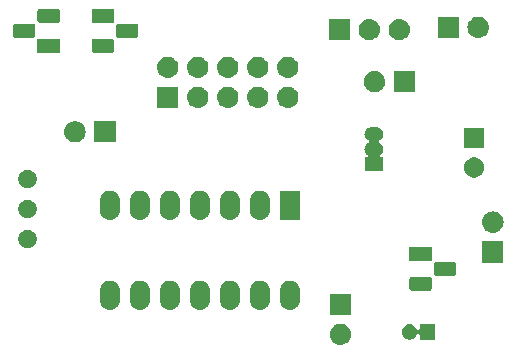
<source format=gbr>
G04 #@! TF.GenerationSoftware,KiCad,Pcbnew,5.0.1*
G04 #@! TF.CreationDate,2019-02-11T13:29:20+08:00*
G04 #@! TF.ProjectId,lab,6C61622E6B696361645F706362000000,rev?*
G04 #@! TF.SameCoordinates,Original*
G04 #@! TF.FileFunction,Soldermask,Bot*
G04 #@! TF.FilePolarity,Negative*
%FSLAX46Y46*%
G04 Gerber Fmt 4.6, Leading zero omitted, Abs format (unit mm)*
G04 Created by KiCad (PCBNEW 5.0.1) date Mon 11 Feb 2019 01:29:20 PM +08*
%MOMM*%
%LPD*%
G01*
G04 APERTURE LIST*
%ADD10C,0.100000*%
G04 APERTURE END LIST*
D10*
G36*
X49377742Y-46056418D02*
X49443927Y-46062937D01*
X49527208Y-46088200D01*
X49613767Y-46114457D01*
X49752387Y-46188552D01*
X49770291Y-46198122D01*
X49806029Y-46227452D01*
X49907486Y-46310714D01*
X49990748Y-46412171D01*
X50020078Y-46447909D01*
X50020079Y-46447911D01*
X50103743Y-46604433D01*
X50103743Y-46604434D01*
X50155263Y-46774273D01*
X50172659Y-46950900D01*
X50155263Y-47127527D01*
X50147175Y-47154188D01*
X50103743Y-47297367D01*
X50093725Y-47316109D01*
X50020078Y-47453891D01*
X49990748Y-47489629D01*
X49907486Y-47591086D01*
X49806029Y-47674348D01*
X49770291Y-47703678D01*
X49770289Y-47703679D01*
X49613767Y-47787343D01*
X49557153Y-47804516D01*
X49443927Y-47838863D01*
X49377742Y-47845382D01*
X49311560Y-47851900D01*
X49223040Y-47851900D01*
X49156858Y-47845382D01*
X49090673Y-47838863D01*
X48977447Y-47804516D01*
X48920833Y-47787343D01*
X48764311Y-47703679D01*
X48764309Y-47703678D01*
X48728571Y-47674348D01*
X48627114Y-47591086D01*
X48543852Y-47489629D01*
X48514522Y-47453891D01*
X48440875Y-47316109D01*
X48430857Y-47297367D01*
X48387425Y-47154188D01*
X48379337Y-47127527D01*
X48361941Y-46950900D01*
X48379337Y-46774273D01*
X48430857Y-46604434D01*
X48430857Y-46604433D01*
X48514521Y-46447911D01*
X48514522Y-46447909D01*
X48543852Y-46412171D01*
X48627114Y-46310714D01*
X48728571Y-46227452D01*
X48764309Y-46198122D01*
X48782213Y-46188552D01*
X48920833Y-46114457D01*
X49007392Y-46088200D01*
X49090673Y-46062937D01*
X49156858Y-46056418D01*
X49223040Y-46049900D01*
X49311560Y-46049900D01*
X49377742Y-46056418D01*
X49377742Y-46056418D01*
G37*
G36*
X55308790Y-46113217D02*
X55427261Y-46162289D01*
X55533892Y-46233538D01*
X55624562Y-46324208D01*
X55695811Y-46430839D01*
X55727415Y-46507139D01*
X55738966Y-46528750D01*
X55754511Y-46547692D01*
X55773453Y-46563237D01*
X55795064Y-46574789D01*
X55818513Y-46581902D01*
X55842899Y-46584304D01*
X55867286Y-46581902D01*
X55890735Y-46574789D01*
X55912346Y-46563238D01*
X55931288Y-46547693D01*
X55946833Y-46528751D01*
X55958385Y-46507140D01*
X55965498Y-46483691D01*
X55967900Y-46459304D01*
X55967900Y-46088200D01*
X57269900Y-46088200D01*
X57269900Y-47390200D01*
X55967900Y-47390200D01*
X55967900Y-47019096D01*
X55965498Y-46994710D01*
X55958385Y-46971261D01*
X55946834Y-46949650D01*
X55931288Y-46930708D01*
X55912346Y-46915162D01*
X55890735Y-46903611D01*
X55867286Y-46896498D01*
X55842900Y-46894096D01*
X55818514Y-46896498D01*
X55795065Y-46903611D01*
X55773454Y-46915162D01*
X55754512Y-46930708D01*
X55738966Y-46949650D01*
X55727415Y-46971261D01*
X55695811Y-47047561D01*
X55695809Y-47047564D01*
X55642381Y-47127525D01*
X55624562Y-47154192D01*
X55533892Y-47244862D01*
X55427261Y-47316111D01*
X55308790Y-47365183D01*
X55183019Y-47390200D01*
X55054781Y-47390200D01*
X54929010Y-47365183D01*
X54810539Y-47316111D01*
X54703908Y-47244862D01*
X54613238Y-47154192D01*
X54595420Y-47127525D01*
X54541991Y-47047564D01*
X54541989Y-47047561D01*
X54492917Y-46929090D01*
X54467900Y-46803319D01*
X54467900Y-46675081D01*
X54492917Y-46549310D01*
X54541989Y-46430839D01*
X54613238Y-46324208D01*
X54703908Y-46233538D01*
X54810539Y-46162289D01*
X54929010Y-46113217D01*
X55054781Y-46088200D01*
X55183019Y-46088200D01*
X55308790Y-46113217D01*
X55308790Y-46113217D01*
G37*
G36*
X50168300Y-45311900D02*
X48366300Y-45311900D01*
X48366300Y-43509900D01*
X50168300Y-43509900D01*
X50168300Y-45311900D01*
X50168300Y-45311900D01*
G37*
G36*
X32456821Y-42411313D02*
X32456824Y-42411314D01*
X32456825Y-42411314D01*
X32617239Y-42459975D01*
X32617241Y-42459976D01*
X32617244Y-42459977D01*
X32765078Y-42538995D01*
X32894659Y-42645341D01*
X33001005Y-42774922D01*
X33080023Y-42922756D01*
X33080024Y-42922759D01*
X33080025Y-42922761D01*
X33128686Y-43083175D01*
X33128686Y-43083178D01*
X33128687Y-43083180D01*
X33141000Y-43208197D01*
X33141000Y-44091804D01*
X33128687Y-44216821D01*
X33080023Y-44377244D01*
X33001005Y-44525078D01*
X32894659Y-44654659D01*
X32765078Y-44761005D01*
X32617243Y-44840023D01*
X32617240Y-44840024D01*
X32617238Y-44840025D01*
X32456824Y-44888686D01*
X32456823Y-44888686D01*
X32456820Y-44888687D01*
X32290000Y-44905117D01*
X32123179Y-44888687D01*
X32123176Y-44888686D01*
X32123175Y-44888686D01*
X31962761Y-44840025D01*
X31962759Y-44840024D01*
X31962756Y-44840023D01*
X31814922Y-44761005D01*
X31685341Y-44654659D01*
X31578995Y-44525078D01*
X31499977Y-44377243D01*
X31451315Y-44216825D01*
X31451314Y-44216824D01*
X31451314Y-44216823D01*
X31451313Y-44216820D01*
X31439000Y-44091803D01*
X31439000Y-43208197D01*
X31451314Y-43083179D01*
X31499978Y-42922756D01*
X31578996Y-42774922D01*
X31685342Y-42645341D01*
X31814923Y-42538995D01*
X31962757Y-42459977D01*
X31962760Y-42459976D01*
X31962762Y-42459975D01*
X32123176Y-42411314D01*
X32123177Y-42411314D01*
X32123180Y-42411313D01*
X32290000Y-42394883D01*
X32456821Y-42411313D01*
X32456821Y-42411313D01*
G37*
G36*
X29916821Y-42411313D02*
X29916824Y-42411314D01*
X29916825Y-42411314D01*
X30077239Y-42459975D01*
X30077241Y-42459976D01*
X30077244Y-42459977D01*
X30225078Y-42538995D01*
X30354659Y-42645341D01*
X30461005Y-42774922D01*
X30540023Y-42922756D01*
X30540024Y-42922759D01*
X30540025Y-42922761D01*
X30588686Y-43083175D01*
X30588686Y-43083178D01*
X30588687Y-43083180D01*
X30601000Y-43208197D01*
X30601000Y-44091804D01*
X30588687Y-44216821D01*
X30540023Y-44377244D01*
X30461005Y-44525078D01*
X30354659Y-44654659D01*
X30225078Y-44761005D01*
X30077243Y-44840023D01*
X30077240Y-44840024D01*
X30077238Y-44840025D01*
X29916824Y-44888686D01*
X29916823Y-44888686D01*
X29916820Y-44888687D01*
X29750000Y-44905117D01*
X29583179Y-44888687D01*
X29583176Y-44888686D01*
X29583175Y-44888686D01*
X29422761Y-44840025D01*
X29422759Y-44840024D01*
X29422756Y-44840023D01*
X29274922Y-44761005D01*
X29145341Y-44654659D01*
X29038995Y-44525078D01*
X28959977Y-44377243D01*
X28911315Y-44216825D01*
X28911314Y-44216824D01*
X28911314Y-44216823D01*
X28911313Y-44216820D01*
X28899000Y-44091803D01*
X28899000Y-43208197D01*
X28911314Y-43083179D01*
X28959978Y-42922756D01*
X29038996Y-42774922D01*
X29145342Y-42645341D01*
X29274923Y-42538995D01*
X29422757Y-42459977D01*
X29422760Y-42459976D01*
X29422762Y-42459975D01*
X29583176Y-42411314D01*
X29583177Y-42411314D01*
X29583180Y-42411313D01*
X29750000Y-42394883D01*
X29916821Y-42411313D01*
X29916821Y-42411313D01*
G37*
G36*
X34996821Y-42411313D02*
X34996824Y-42411314D01*
X34996825Y-42411314D01*
X35157239Y-42459975D01*
X35157241Y-42459976D01*
X35157244Y-42459977D01*
X35305078Y-42538995D01*
X35434659Y-42645341D01*
X35541005Y-42774922D01*
X35620023Y-42922756D01*
X35620024Y-42922759D01*
X35620025Y-42922761D01*
X35668686Y-43083175D01*
X35668686Y-43083178D01*
X35668687Y-43083180D01*
X35681000Y-43208197D01*
X35681000Y-44091804D01*
X35668687Y-44216821D01*
X35620023Y-44377244D01*
X35541005Y-44525078D01*
X35434659Y-44654659D01*
X35305078Y-44761005D01*
X35157243Y-44840023D01*
X35157240Y-44840024D01*
X35157238Y-44840025D01*
X34996824Y-44888686D01*
X34996823Y-44888686D01*
X34996820Y-44888687D01*
X34830000Y-44905117D01*
X34663179Y-44888687D01*
X34663176Y-44888686D01*
X34663175Y-44888686D01*
X34502761Y-44840025D01*
X34502759Y-44840024D01*
X34502756Y-44840023D01*
X34354922Y-44761005D01*
X34225341Y-44654659D01*
X34118995Y-44525078D01*
X34039977Y-44377243D01*
X33991315Y-44216825D01*
X33991314Y-44216824D01*
X33991314Y-44216823D01*
X33991313Y-44216820D01*
X33979000Y-44091803D01*
X33979000Y-43208197D01*
X33991314Y-43083179D01*
X34039978Y-42922756D01*
X34118996Y-42774922D01*
X34225342Y-42645341D01*
X34354923Y-42538995D01*
X34502757Y-42459977D01*
X34502760Y-42459976D01*
X34502762Y-42459975D01*
X34663176Y-42411314D01*
X34663177Y-42411314D01*
X34663180Y-42411313D01*
X34830000Y-42394883D01*
X34996821Y-42411313D01*
X34996821Y-42411313D01*
G37*
G36*
X37536821Y-42411313D02*
X37536824Y-42411314D01*
X37536825Y-42411314D01*
X37697239Y-42459975D01*
X37697241Y-42459976D01*
X37697244Y-42459977D01*
X37845078Y-42538995D01*
X37974659Y-42645341D01*
X38081005Y-42774922D01*
X38160023Y-42922756D01*
X38160024Y-42922759D01*
X38160025Y-42922761D01*
X38208686Y-43083175D01*
X38208686Y-43083178D01*
X38208687Y-43083180D01*
X38221000Y-43208197D01*
X38221000Y-44091804D01*
X38208687Y-44216821D01*
X38160023Y-44377244D01*
X38081005Y-44525078D01*
X37974659Y-44654659D01*
X37845078Y-44761005D01*
X37697243Y-44840023D01*
X37697240Y-44840024D01*
X37697238Y-44840025D01*
X37536824Y-44888686D01*
X37536823Y-44888686D01*
X37536820Y-44888687D01*
X37370000Y-44905117D01*
X37203179Y-44888687D01*
X37203176Y-44888686D01*
X37203175Y-44888686D01*
X37042761Y-44840025D01*
X37042759Y-44840024D01*
X37042756Y-44840023D01*
X36894922Y-44761005D01*
X36765341Y-44654659D01*
X36658995Y-44525078D01*
X36579977Y-44377243D01*
X36531315Y-44216825D01*
X36531314Y-44216824D01*
X36531314Y-44216823D01*
X36531313Y-44216820D01*
X36519000Y-44091803D01*
X36519000Y-43208197D01*
X36531314Y-43083179D01*
X36579978Y-42922756D01*
X36658996Y-42774922D01*
X36765342Y-42645341D01*
X36894923Y-42538995D01*
X37042757Y-42459977D01*
X37042760Y-42459976D01*
X37042762Y-42459975D01*
X37203176Y-42411314D01*
X37203177Y-42411314D01*
X37203180Y-42411313D01*
X37370000Y-42394883D01*
X37536821Y-42411313D01*
X37536821Y-42411313D01*
G37*
G36*
X40076821Y-42411313D02*
X40076824Y-42411314D01*
X40076825Y-42411314D01*
X40237239Y-42459975D01*
X40237241Y-42459976D01*
X40237244Y-42459977D01*
X40385078Y-42538995D01*
X40514659Y-42645341D01*
X40621005Y-42774922D01*
X40700023Y-42922756D01*
X40700024Y-42922759D01*
X40700025Y-42922761D01*
X40748686Y-43083175D01*
X40748686Y-43083178D01*
X40748687Y-43083180D01*
X40761000Y-43208197D01*
X40761000Y-44091804D01*
X40748687Y-44216821D01*
X40700023Y-44377244D01*
X40621005Y-44525078D01*
X40514659Y-44654659D01*
X40385078Y-44761005D01*
X40237243Y-44840023D01*
X40237240Y-44840024D01*
X40237238Y-44840025D01*
X40076824Y-44888686D01*
X40076823Y-44888686D01*
X40076820Y-44888687D01*
X39910000Y-44905117D01*
X39743179Y-44888687D01*
X39743176Y-44888686D01*
X39743175Y-44888686D01*
X39582761Y-44840025D01*
X39582759Y-44840024D01*
X39582756Y-44840023D01*
X39434922Y-44761005D01*
X39305341Y-44654659D01*
X39198995Y-44525078D01*
X39119977Y-44377243D01*
X39071315Y-44216825D01*
X39071314Y-44216824D01*
X39071314Y-44216823D01*
X39071313Y-44216820D01*
X39059000Y-44091803D01*
X39059000Y-43208197D01*
X39071314Y-43083179D01*
X39119978Y-42922756D01*
X39198996Y-42774922D01*
X39305342Y-42645341D01*
X39434923Y-42538995D01*
X39582757Y-42459977D01*
X39582760Y-42459976D01*
X39582762Y-42459975D01*
X39743176Y-42411314D01*
X39743177Y-42411314D01*
X39743180Y-42411313D01*
X39910000Y-42394883D01*
X40076821Y-42411313D01*
X40076821Y-42411313D01*
G37*
G36*
X42616821Y-42411313D02*
X42616824Y-42411314D01*
X42616825Y-42411314D01*
X42777239Y-42459975D01*
X42777241Y-42459976D01*
X42777244Y-42459977D01*
X42925078Y-42538995D01*
X43054659Y-42645341D01*
X43161005Y-42774922D01*
X43240023Y-42922756D01*
X43240024Y-42922759D01*
X43240025Y-42922761D01*
X43288686Y-43083175D01*
X43288686Y-43083178D01*
X43288687Y-43083180D01*
X43301000Y-43208197D01*
X43301000Y-44091804D01*
X43288687Y-44216821D01*
X43240023Y-44377244D01*
X43161005Y-44525078D01*
X43054659Y-44654659D01*
X42925078Y-44761005D01*
X42777243Y-44840023D01*
X42777240Y-44840024D01*
X42777238Y-44840025D01*
X42616824Y-44888686D01*
X42616823Y-44888686D01*
X42616820Y-44888687D01*
X42450000Y-44905117D01*
X42283179Y-44888687D01*
X42283176Y-44888686D01*
X42283175Y-44888686D01*
X42122761Y-44840025D01*
X42122759Y-44840024D01*
X42122756Y-44840023D01*
X41974922Y-44761005D01*
X41845341Y-44654659D01*
X41738995Y-44525078D01*
X41659977Y-44377243D01*
X41611315Y-44216825D01*
X41611314Y-44216824D01*
X41611314Y-44216823D01*
X41611313Y-44216820D01*
X41599000Y-44091803D01*
X41599000Y-43208197D01*
X41611314Y-43083179D01*
X41659978Y-42922756D01*
X41738996Y-42774922D01*
X41845342Y-42645341D01*
X41974923Y-42538995D01*
X42122757Y-42459977D01*
X42122760Y-42459976D01*
X42122762Y-42459975D01*
X42283176Y-42411314D01*
X42283177Y-42411314D01*
X42283180Y-42411313D01*
X42450000Y-42394883D01*
X42616821Y-42411313D01*
X42616821Y-42411313D01*
G37*
G36*
X45156821Y-42411313D02*
X45156824Y-42411314D01*
X45156825Y-42411314D01*
X45317239Y-42459975D01*
X45317241Y-42459976D01*
X45317244Y-42459977D01*
X45465078Y-42538995D01*
X45594659Y-42645341D01*
X45701005Y-42774922D01*
X45780023Y-42922756D01*
X45780024Y-42922759D01*
X45780025Y-42922761D01*
X45828686Y-43083175D01*
X45828686Y-43083178D01*
X45828687Y-43083180D01*
X45841000Y-43208197D01*
X45841000Y-44091804D01*
X45828687Y-44216821D01*
X45780023Y-44377244D01*
X45701005Y-44525078D01*
X45594659Y-44654659D01*
X45465078Y-44761005D01*
X45317243Y-44840023D01*
X45317240Y-44840024D01*
X45317238Y-44840025D01*
X45156824Y-44888686D01*
X45156823Y-44888686D01*
X45156820Y-44888687D01*
X44990000Y-44905117D01*
X44823179Y-44888687D01*
X44823176Y-44888686D01*
X44823175Y-44888686D01*
X44662761Y-44840025D01*
X44662759Y-44840024D01*
X44662756Y-44840023D01*
X44514922Y-44761005D01*
X44385341Y-44654659D01*
X44278995Y-44525078D01*
X44199977Y-44377243D01*
X44151315Y-44216825D01*
X44151314Y-44216824D01*
X44151314Y-44216823D01*
X44151313Y-44216820D01*
X44139000Y-44091803D01*
X44139000Y-43208197D01*
X44151314Y-43083179D01*
X44199978Y-42922756D01*
X44278996Y-42774922D01*
X44385342Y-42645341D01*
X44514923Y-42538995D01*
X44662757Y-42459977D01*
X44662760Y-42459976D01*
X44662762Y-42459975D01*
X44823176Y-42411314D01*
X44823177Y-42411314D01*
X44823180Y-42411313D01*
X44990000Y-42394883D01*
X45156821Y-42411313D01*
X45156821Y-42411313D01*
G37*
G36*
X56811915Y-42063066D02*
X56856445Y-42076575D01*
X56897491Y-42098514D01*
X56933464Y-42128036D01*
X56962986Y-42164009D01*
X56984925Y-42205055D01*
X56998434Y-42249585D01*
X57003600Y-42302040D01*
X57003600Y-43015760D01*
X56998434Y-43068215D01*
X56984925Y-43112745D01*
X56962986Y-43153791D01*
X56933464Y-43189764D01*
X56897491Y-43219286D01*
X56856445Y-43241225D01*
X56811915Y-43254734D01*
X56759460Y-43259900D01*
X55345740Y-43259900D01*
X55293285Y-43254734D01*
X55248755Y-43241225D01*
X55207709Y-43219286D01*
X55171736Y-43189764D01*
X55142214Y-43153791D01*
X55120275Y-43112745D01*
X55106766Y-43068215D01*
X55101600Y-43015760D01*
X55101600Y-42302040D01*
X55106766Y-42249585D01*
X55120275Y-42205055D01*
X55142214Y-42164009D01*
X55171736Y-42128036D01*
X55207709Y-42098514D01*
X55248755Y-42076575D01*
X55293285Y-42063066D01*
X55345740Y-42057900D01*
X56759460Y-42057900D01*
X56811915Y-42063066D01*
X56811915Y-42063066D01*
G37*
G36*
X58881915Y-40793066D02*
X58926445Y-40806575D01*
X58967491Y-40828514D01*
X59003464Y-40858036D01*
X59032986Y-40894009D01*
X59054925Y-40935055D01*
X59068434Y-40979585D01*
X59073600Y-41032040D01*
X59073600Y-41745760D01*
X59068434Y-41798215D01*
X59054925Y-41842745D01*
X59032986Y-41883791D01*
X59003464Y-41919764D01*
X58967491Y-41949286D01*
X58926445Y-41971225D01*
X58881915Y-41984734D01*
X58829460Y-41989900D01*
X57415740Y-41989900D01*
X57363285Y-41984734D01*
X57318755Y-41971225D01*
X57277709Y-41949286D01*
X57241736Y-41919764D01*
X57212214Y-41883791D01*
X57190275Y-41842745D01*
X57176766Y-41798215D01*
X57171600Y-41745760D01*
X57171600Y-41032040D01*
X57176766Y-40979585D01*
X57190274Y-40935058D01*
X57206968Y-40903826D01*
X57212214Y-40891161D01*
X57216988Y-40887243D01*
X57225228Y-40878153D01*
X57241739Y-40858033D01*
X57277709Y-40828514D01*
X57318755Y-40806575D01*
X57363285Y-40793066D01*
X57415740Y-40787900D01*
X58829460Y-40787900D01*
X58881915Y-40793066D01*
X58881915Y-40793066D01*
G37*
G36*
X63075600Y-40887000D02*
X61273600Y-40887000D01*
X61273600Y-39085000D01*
X63075600Y-39085000D01*
X63075600Y-40887000D01*
X63075600Y-40887000D01*
G37*
G36*
X57003600Y-40719900D02*
X55101600Y-40719900D01*
X55101600Y-39517900D01*
X57003600Y-39517900D01*
X57003600Y-40719900D01*
X57003600Y-40719900D01*
G37*
G36*
X22895589Y-38098876D02*
X22994893Y-38118629D01*
X23135206Y-38176748D01*
X23261484Y-38261125D01*
X23368875Y-38368516D01*
X23453252Y-38494794D01*
X23511371Y-38635107D01*
X23541000Y-38784063D01*
X23541000Y-38935937D01*
X23511371Y-39084893D01*
X23453252Y-39225206D01*
X23368875Y-39351484D01*
X23261484Y-39458875D01*
X23135206Y-39543252D01*
X22994893Y-39601371D01*
X22895589Y-39621124D01*
X22845938Y-39631000D01*
X22694062Y-39631000D01*
X22644411Y-39621124D01*
X22545107Y-39601371D01*
X22404794Y-39543252D01*
X22278516Y-39458875D01*
X22171125Y-39351484D01*
X22086748Y-39225206D01*
X22028629Y-39084893D01*
X21999000Y-38935937D01*
X21999000Y-38784063D01*
X22028629Y-38635107D01*
X22086748Y-38494794D01*
X22171125Y-38368516D01*
X22278516Y-38261125D01*
X22404794Y-38176748D01*
X22545107Y-38118629D01*
X22644411Y-38098876D01*
X22694062Y-38089000D01*
X22845938Y-38089000D01*
X22895589Y-38098876D01*
X22895589Y-38098876D01*
G37*
G36*
X62285042Y-36551518D02*
X62351227Y-36558037D01*
X62464453Y-36592384D01*
X62521067Y-36609557D01*
X62659687Y-36683652D01*
X62677591Y-36693222D01*
X62713329Y-36722552D01*
X62814786Y-36805814D01*
X62896248Y-36905077D01*
X62927378Y-36943009D01*
X62927379Y-36943011D01*
X63011043Y-37099533D01*
X63011043Y-37099534D01*
X63062563Y-37269373D01*
X63079959Y-37446000D01*
X63062563Y-37622627D01*
X63028216Y-37735853D01*
X63011043Y-37792467D01*
X62936948Y-37931087D01*
X62927378Y-37948991D01*
X62898048Y-37984729D01*
X62814786Y-38086186D01*
X62713329Y-38169448D01*
X62677591Y-38198778D01*
X62677589Y-38198779D01*
X62521067Y-38282443D01*
X62464453Y-38299616D01*
X62351227Y-38333963D01*
X62285042Y-38340482D01*
X62218860Y-38347000D01*
X62130340Y-38347000D01*
X62064158Y-38340482D01*
X61997973Y-38333963D01*
X61884747Y-38299616D01*
X61828133Y-38282443D01*
X61671611Y-38198779D01*
X61671609Y-38198778D01*
X61635871Y-38169448D01*
X61534414Y-38086186D01*
X61451152Y-37984729D01*
X61421822Y-37948991D01*
X61412252Y-37931087D01*
X61338157Y-37792467D01*
X61320984Y-37735853D01*
X61286637Y-37622627D01*
X61269241Y-37446000D01*
X61286637Y-37269373D01*
X61338157Y-37099534D01*
X61338157Y-37099533D01*
X61421821Y-36943011D01*
X61421822Y-36943009D01*
X61452952Y-36905077D01*
X61534414Y-36805814D01*
X61635871Y-36722552D01*
X61671609Y-36693222D01*
X61689513Y-36683652D01*
X61828133Y-36609557D01*
X61884747Y-36592384D01*
X61997973Y-36558037D01*
X62064158Y-36551518D01*
X62130340Y-36545000D01*
X62218860Y-36545000D01*
X62285042Y-36551518D01*
X62285042Y-36551518D01*
G37*
G36*
X40076821Y-34791313D02*
X40076824Y-34791314D01*
X40076825Y-34791314D01*
X40237239Y-34839975D01*
X40237241Y-34839976D01*
X40237244Y-34839977D01*
X40385078Y-34918995D01*
X40514659Y-35025341D01*
X40621005Y-35154922D01*
X40700023Y-35302756D01*
X40700024Y-35302759D01*
X40700025Y-35302761D01*
X40748686Y-35463175D01*
X40748686Y-35463178D01*
X40748687Y-35463180D01*
X40761000Y-35588197D01*
X40761000Y-36471804D01*
X40748687Y-36596821D01*
X40748686Y-36596824D01*
X40748686Y-36596825D01*
X40719445Y-36693221D01*
X40700023Y-36757244D01*
X40621005Y-36905078D01*
X40514659Y-37034659D01*
X40385078Y-37141005D01*
X40237243Y-37220023D01*
X40237240Y-37220024D01*
X40237238Y-37220025D01*
X40076824Y-37268686D01*
X40076823Y-37268686D01*
X40076820Y-37268687D01*
X39910000Y-37285117D01*
X39743179Y-37268687D01*
X39743176Y-37268686D01*
X39743175Y-37268686D01*
X39582761Y-37220025D01*
X39582759Y-37220024D01*
X39582756Y-37220023D01*
X39434922Y-37141005D01*
X39305341Y-37034659D01*
X39198995Y-36905078D01*
X39119977Y-36757243D01*
X39098125Y-36685206D01*
X39071314Y-36596824D01*
X39071314Y-36596823D01*
X39071313Y-36596820D01*
X39059000Y-36471803D01*
X39059000Y-35588197D01*
X39071314Y-35463179D01*
X39119978Y-35302756D01*
X39198996Y-35154922D01*
X39305342Y-35025341D01*
X39434923Y-34918995D01*
X39582757Y-34839977D01*
X39582760Y-34839976D01*
X39582762Y-34839975D01*
X39743176Y-34791314D01*
X39743177Y-34791314D01*
X39743180Y-34791313D01*
X39910000Y-34774883D01*
X40076821Y-34791313D01*
X40076821Y-34791313D01*
G37*
G36*
X37536821Y-34791313D02*
X37536824Y-34791314D01*
X37536825Y-34791314D01*
X37697239Y-34839975D01*
X37697241Y-34839976D01*
X37697244Y-34839977D01*
X37845078Y-34918995D01*
X37974659Y-35025341D01*
X38081005Y-35154922D01*
X38160023Y-35302756D01*
X38160024Y-35302759D01*
X38160025Y-35302761D01*
X38208686Y-35463175D01*
X38208686Y-35463178D01*
X38208687Y-35463180D01*
X38221000Y-35588197D01*
X38221000Y-36471804D01*
X38208687Y-36596821D01*
X38208686Y-36596824D01*
X38208686Y-36596825D01*
X38179445Y-36693221D01*
X38160023Y-36757244D01*
X38081005Y-36905078D01*
X37974659Y-37034659D01*
X37845078Y-37141005D01*
X37697243Y-37220023D01*
X37697240Y-37220024D01*
X37697238Y-37220025D01*
X37536824Y-37268686D01*
X37536823Y-37268686D01*
X37536820Y-37268687D01*
X37370000Y-37285117D01*
X37203179Y-37268687D01*
X37203176Y-37268686D01*
X37203175Y-37268686D01*
X37042761Y-37220025D01*
X37042759Y-37220024D01*
X37042756Y-37220023D01*
X36894922Y-37141005D01*
X36765341Y-37034659D01*
X36658995Y-36905078D01*
X36579977Y-36757243D01*
X36558125Y-36685206D01*
X36531314Y-36596824D01*
X36531314Y-36596823D01*
X36531313Y-36596820D01*
X36519000Y-36471803D01*
X36519000Y-35588197D01*
X36531314Y-35463179D01*
X36579978Y-35302756D01*
X36658996Y-35154922D01*
X36765342Y-35025341D01*
X36894923Y-34918995D01*
X37042757Y-34839977D01*
X37042760Y-34839976D01*
X37042762Y-34839975D01*
X37203176Y-34791314D01*
X37203177Y-34791314D01*
X37203180Y-34791313D01*
X37370000Y-34774883D01*
X37536821Y-34791313D01*
X37536821Y-34791313D01*
G37*
G36*
X42616821Y-34791313D02*
X42616824Y-34791314D01*
X42616825Y-34791314D01*
X42777239Y-34839975D01*
X42777241Y-34839976D01*
X42777244Y-34839977D01*
X42925078Y-34918995D01*
X43054659Y-35025341D01*
X43161005Y-35154922D01*
X43240023Y-35302756D01*
X43240024Y-35302759D01*
X43240025Y-35302761D01*
X43288686Y-35463175D01*
X43288686Y-35463178D01*
X43288687Y-35463180D01*
X43301000Y-35588197D01*
X43301000Y-36471804D01*
X43288687Y-36596821D01*
X43288686Y-36596824D01*
X43288686Y-36596825D01*
X43259445Y-36693221D01*
X43240023Y-36757244D01*
X43161005Y-36905078D01*
X43054659Y-37034659D01*
X42925078Y-37141005D01*
X42777243Y-37220023D01*
X42777240Y-37220024D01*
X42777238Y-37220025D01*
X42616824Y-37268686D01*
X42616823Y-37268686D01*
X42616820Y-37268687D01*
X42450000Y-37285117D01*
X42283179Y-37268687D01*
X42283176Y-37268686D01*
X42283175Y-37268686D01*
X42122761Y-37220025D01*
X42122759Y-37220024D01*
X42122756Y-37220023D01*
X41974922Y-37141005D01*
X41845341Y-37034659D01*
X41738995Y-36905078D01*
X41659977Y-36757243D01*
X41638125Y-36685206D01*
X41611314Y-36596824D01*
X41611314Y-36596823D01*
X41611313Y-36596820D01*
X41599000Y-36471803D01*
X41599000Y-35588197D01*
X41611314Y-35463179D01*
X41659978Y-35302756D01*
X41738996Y-35154922D01*
X41845342Y-35025341D01*
X41974923Y-34918995D01*
X42122757Y-34839977D01*
X42122760Y-34839976D01*
X42122762Y-34839975D01*
X42283176Y-34791314D01*
X42283177Y-34791314D01*
X42283180Y-34791313D01*
X42450000Y-34774883D01*
X42616821Y-34791313D01*
X42616821Y-34791313D01*
G37*
G36*
X34996821Y-34791313D02*
X34996824Y-34791314D01*
X34996825Y-34791314D01*
X35157239Y-34839975D01*
X35157241Y-34839976D01*
X35157244Y-34839977D01*
X35305078Y-34918995D01*
X35434659Y-35025341D01*
X35541005Y-35154922D01*
X35620023Y-35302756D01*
X35620024Y-35302759D01*
X35620025Y-35302761D01*
X35668686Y-35463175D01*
X35668686Y-35463178D01*
X35668687Y-35463180D01*
X35681000Y-35588197D01*
X35681000Y-36471804D01*
X35668687Y-36596821D01*
X35668686Y-36596824D01*
X35668686Y-36596825D01*
X35639445Y-36693221D01*
X35620023Y-36757244D01*
X35541005Y-36905078D01*
X35434659Y-37034659D01*
X35305078Y-37141005D01*
X35157243Y-37220023D01*
X35157240Y-37220024D01*
X35157238Y-37220025D01*
X34996824Y-37268686D01*
X34996823Y-37268686D01*
X34996820Y-37268687D01*
X34830000Y-37285117D01*
X34663179Y-37268687D01*
X34663176Y-37268686D01*
X34663175Y-37268686D01*
X34502761Y-37220025D01*
X34502759Y-37220024D01*
X34502756Y-37220023D01*
X34354922Y-37141005D01*
X34225341Y-37034659D01*
X34118995Y-36905078D01*
X34039977Y-36757243D01*
X34018125Y-36685206D01*
X33991314Y-36596824D01*
X33991314Y-36596823D01*
X33991313Y-36596820D01*
X33979000Y-36471803D01*
X33979000Y-35588197D01*
X33991314Y-35463179D01*
X34039978Y-35302756D01*
X34118996Y-35154922D01*
X34225342Y-35025341D01*
X34354923Y-34918995D01*
X34502757Y-34839977D01*
X34502760Y-34839976D01*
X34502762Y-34839975D01*
X34663176Y-34791314D01*
X34663177Y-34791314D01*
X34663180Y-34791313D01*
X34830000Y-34774883D01*
X34996821Y-34791313D01*
X34996821Y-34791313D01*
G37*
G36*
X32456821Y-34791313D02*
X32456824Y-34791314D01*
X32456825Y-34791314D01*
X32617239Y-34839975D01*
X32617241Y-34839976D01*
X32617244Y-34839977D01*
X32765078Y-34918995D01*
X32894659Y-35025341D01*
X33001005Y-35154922D01*
X33080023Y-35302756D01*
X33080024Y-35302759D01*
X33080025Y-35302761D01*
X33128686Y-35463175D01*
X33128686Y-35463178D01*
X33128687Y-35463180D01*
X33141000Y-35588197D01*
X33141000Y-36471804D01*
X33128687Y-36596821D01*
X33128686Y-36596824D01*
X33128686Y-36596825D01*
X33099445Y-36693221D01*
X33080023Y-36757244D01*
X33001005Y-36905078D01*
X32894659Y-37034659D01*
X32765078Y-37141005D01*
X32617243Y-37220023D01*
X32617240Y-37220024D01*
X32617238Y-37220025D01*
X32456824Y-37268686D01*
X32456823Y-37268686D01*
X32456820Y-37268687D01*
X32290000Y-37285117D01*
X32123179Y-37268687D01*
X32123176Y-37268686D01*
X32123175Y-37268686D01*
X31962761Y-37220025D01*
X31962759Y-37220024D01*
X31962756Y-37220023D01*
X31814922Y-37141005D01*
X31685341Y-37034659D01*
X31578995Y-36905078D01*
X31499977Y-36757243D01*
X31478125Y-36685206D01*
X31451314Y-36596824D01*
X31451314Y-36596823D01*
X31451313Y-36596820D01*
X31439000Y-36471803D01*
X31439000Y-35588197D01*
X31451314Y-35463179D01*
X31499978Y-35302756D01*
X31578996Y-35154922D01*
X31685342Y-35025341D01*
X31814923Y-34918995D01*
X31962757Y-34839977D01*
X31962760Y-34839976D01*
X31962762Y-34839975D01*
X32123176Y-34791314D01*
X32123177Y-34791314D01*
X32123180Y-34791313D01*
X32290000Y-34774883D01*
X32456821Y-34791313D01*
X32456821Y-34791313D01*
G37*
G36*
X29916821Y-34791313D02*
X29916824Y-34791314D01*
X29916825Y-34791314D01*
X30077239Y-34839975D01*
X30077241Y-34839976D01*
X30077244Y-34839977D01*
X30225078Y-34918995D01*
X30354659Y-35025341D01*
X30461005Y-35154922D01*
X30540023Y-35302756D01*
X30540024Y-35302759D01*
X30540025Y-35302761D01*
X30588686Y-35463175D01*
X30588686Y-35463178D01*
X30588687Y-35463180D01*
X30601000Y-35588197D01*
X30601000Y-36471804D01*
X30588687Y-36596821D01*
X30588686Y-36596824D01*
X30588686Y-36596825D01*
X30559445Y-36693221D01*
X30540023Y-36757244D01*
X30461005Y-36905078D01*
X30354659Y-37034659D01*
X30225078Y-37141005D01*
X30077243Y-37220023D01*
X30077240Y-37220024D01*
X30077238Y-37220025D01*
X29916824Y-37268686D01*
X29916823Y-37268686D01*
X29916820Y-37268687D01*
X29750000Y-37285117D01*
X29583179Y-37268687D01*
X29583176Y-37268686D01*
X29583175Y-37268686D01*
X29422761Y-37220025D01*
X29422759Y-37220024D01*
X29422756Y-37220023D01*
X29274922Y-37141005D01*
X29145341Y-37034659D01*
X29038995Y-36905078D01*
X28959977Y-36757243D01*
X28938125Y-36685206D01*
X28911314Y-36596824D01*
X28911314Y-36596823D01*
X28911313Y-36596820D01*
X28899000Y-36471803D01*
X28899000Y-35588197D01*
X28911314Y-35463179D01*
X28959978Y-35302756D01*
X29038996Y-35154922D01*
X29145342Y-35025341D01*
X29274923Y-34918995D01*
X29422757Y-34839977D01*
X29422760Y-34839976D01*
X29422762Y-34839975D01*
X29583176Y-34791314D01*
X29583177Y-34791314D01*
X29583180Y-34791313D01*
X29750000Y-34774883D01*
X29916821Y-34791313D01*
X29916821Y-34791313D01*
G37*
G36*
X45841000Y-37281000D02*
X44139000Y-37281000D01*
X44139000Y-34779000D01*
X45841000Y-34779000D01*
X45841000Y-37281000D01*
X45841000Y-37281000D01*
G37*
G36*
X22895589Y-35558876D02*
X22994893Y-35578629D01*
X23135206Y-35636748D01*
X23261484Y-35721125D01*
X23368875Y-35828516D01*
X23453252Y-35954794D01*
X23511371Y-36095107D01*
X23541000Y-36244063D01*
X23541000Y-36395937D01*
X23511371Y-36544893D01*
X23453252Y-36685206D01*
X23368875Y-36811484D01*
X23261484Y-36918875D01*
X23135206Y-37003252D01*
X22994893Y-37061371D01*
X22895589Y-37081124D01*
X22845938Y-37091000D01*
X22694062Y-37091000D01*
X22644411Y-37081124D01*
X22545107Y-37061371D01*
X22404794Y-37003252D01*
X22278516Y-36918875D01*
X22171125Y-36811484D01*
X22086748Y-36685206D01*
X22028629Y-36544893D01*
X21999000Y-36395937D01*
X21999000Y-36244063D01*
X22028629Y-36095107D01*
X22086748Y-35954794D01*
X22171125Y-35828516D01*
X22278516Y-35721125D01*
X22404794Y-35636748D01*
X22545107Y-35578629D01*
X22644411Y-35558876D01*
X22694062Y-35549000D01*
X22845938Y-35549000D01*
X22895589Y-35558876D01*
X22895589Y-35558876D01*
G37*
G36*
X22895589Y-33018876D02*
X22994893Y-33038629D01*
X23135206Y-33096748D01*
X23261484Y-33181125D01*
X23368875Y-33288516D01*
X23453252Y-33414794D01*
X23511371Y-33555107D01*
X23541000Y-33704063D01*
X23541000Y-33855937D01*
X23511371Y-34004893D01*
X23453252Y-34145206D01*
X23368875Y-34271484D01*
X23261484Y-34378875D01*
X23135206Y-34463252D01*
X22994893Y-34521371D01*
X22895589Y-34541124D01*
X22845938Y-34551000D01*
X22694062Y-34551000D01*
X22644411Y-34541124D01*
X22545107Y-34521371D01*
X22404794Y-34463252D01*
X22278516Y-34378875D01*
X22171125Y-34271484D01*
X22086748Y-34145206D01*
X22028629Y-34004893D01*
X21999000Y-33855937D01*
X21999000Y-33704063D01*
X22028629Y-33555107D01*
X22086748Y-33414794D01*
X22171125Y-33288516D01*
X22278516Y-33181125D01*
X22404794Y-33096748D01*
X22545107Y-33038629D01*
X22644411Y-33018876D01*
X22694062Y-33009000D01*
X22845938Y-33009000D01*
X22895589Y-33018876D01*
X22895589Y-33018876D01*
G37*
G36*
X60838228Y-32011703D02*
X60993100Y-32075853D01*
X61132481Y-32168985D01*
X61251015Y-32287519D01*
X61344147Y-32426900D01*
X61408297Y-32581772D01*
X61441000Y-32746184D01*
X61441000Y-32913816D01*
X61408297Y-33078228D01*
X61344147Y-33233100D01*
X61251015Y-33372481D01*
X61132481Y-33491015D01*
X60993100Y-33584147D01*
X60838228Y-33648297D01*
X60673816Y-33681000D01*
X60506184Y-33681000D01*
X60341772Y-33648297D01*
X60186900Y-33584147D01*
X60047519Y-33491015D01*
X59928985Y-33372481D01*
X59835853Y-33233100D01*
X59771703Y-33078228D01*
X59739000Y-32913816D01*
X59739000Y-32746184D01*
X59771703Y-32581772D01*
X59835853Y-32426900D01*
X59928985Y-32287519D01*
X60047519Y-32168985D01*
X60186900Y-32075853D01*
X60341772Y-32011703D01*
X60506184Y-31979000D01*
X60673816Y-31979000D01*
X60838228Y-32011703D01*
X60838228Y-32011703D01*
G37*
G36*
X52447916Y-29432334D02*
X52556492Y-29465271D01*
X52656557Y-29518756D01*
X52744264Y-29590736D01*
X52816244Y-29678443D01*
X52869729Y-29778508D01*
X52902666Y-29887084D01*
X52913787Y-30000000D01*
X52902666Y-30112916D01*
X52869729Y-30221492D01*
X52869726Y-30221497D01*
X52816244Y-30321557D01*
X52744264Y-30409264D01*
X52656557Y-30481244D01*
X52575143Y-30524760D01*
X52554768Y-30538373D01*
X52537441Y-30555701D01*
X52523827Y-30576075D01*
X52514450Y-30598714D01*
X52509669Y-30622747D01*
X52509669Y-30647252D01*
X52514449Y-30671285D01*
X52523827Y-30693924D01*
X52537440Y-30714299D01*
X52554768Y-30731626D01*
X52575143Y-30745240D01*
X52656557Y-30788756D01*
X52744264Y-30860736D01*
X52816244Y-30948443D01*
X52869729Y-31048508D01*
X52902666Y-31157084D01*
X52913787Y-31270000D01*
X52902666Y-31382916D01*
X52869729Y-31491492D01*
X52869726Y-31491497D01*
X52816244Y-31591557D01*
X52744264Y-31679264D01*
X52667365Y-31742374D01*
X52650038Y-31759701D01*
X52636424Y-31780076D01*
X52627046Y-31802715D01*
X52622266Y-31826748D01*
X52622266Y-31851252D01*
X52627047Y-31875286D01*
X52636424Y-31897925D01*
X52650038Y-31918299D01*
X52667365Y-31935626D01*
X52687740Y-31949240D01*
X52710379Y-31958618D01*
X52746664Y-31964000D01*
X52911000Y-31964000D01*
X52911000Y-33116000D01*
X51309000Y-33116000D01*
X51309000Y-31964000D01*
X51473336Y-31964000D01*
X51497722Y-31961598D01*
X51521171Y-31954485D01*
X51542782Y-31942934D01*
X51561724Y-31927388D01*
X51577270Y-31908446D01*
X51588821Y-31886835D01*
X51595934Y-31863386D01*
X51598336Y-31839000D01*
X51595934Y-31814614D01*
X51588821Y-31791165D01*
X51577270Y-31769554D01*
X51552635Y-31742374D01*
X51475736Y-31679264D01*
X51403756Y-31591557D01*
X51350274Y-31491497D01*
X51350271Y-31491492D01*
X51317334Y-31382916D01*
X51306213Y-31270000D01*
X51317334Y-31157084D01*
X51350271Y-31048508D01*
X51403756Y-30948443D01*
X51475736Y-30860736D01*
X51563443Y-30788756D01*
X51644857Y-30745240D01*
X51665232Y-30731627D01*
X51682559Y-30714299D01*
X51696173Y-30693925D01*
X51705550Y-30671286D01*
X51710331Y-30647253D01*
X51710331Y-30622748D01*
X51705551Y-30598715D01*
X51696173Y-30576076D01*
X51682560Y-30555701D01*
X51665232Y-30538374D01*
X51644857Y-30524760D01*
X51563443Y-30481244D01*
X51475736Y-30409264D01*
X51403756Y-30321557D01*
X51350274Y-30221497D01*
X51350271Y-30221492D01*
X51317334Y-30112916D01*
X51306213Y-30000000D01*
X51317334Y-29887084D01*
X51350271Y-29778508D01*
X51403756Y-29678443D01*
X51475736Y-29590736D01*
X51563443Y-29518756D01*
X51663508Y-29465271D01*
X51772084Y-29432334D01*
X51856702Y-29424000D01*
X52363298Y-29424000D01*
X52447916Y-29432334D01*
X52447916Y-29432334D01*
G37*
G36*
X61441000Y-31181000D02*
X59739000Y-31181000D01*
X59739000Y-29479000D01*
X61441000Y-29479000D01*
X61441000Y-31181000D01*
X61441000Y-31181000D01*
G37*
G36*
X30236300Y-30701800D02*
X28434300Y-30701800D01*
X28434300Y-28899800D01*
X30236300Y-28899800D01*
X30236300Y-30701800D01*
X30236300Y-30701800D01*
G37*
G36*
X26905742Y-28906318D02*
X26971927Y-28912837D01*
X27085153Y-28947184D01*
X27141767Y-28964357D01*
X27280387Y-29038452D01*
X27298291Y-29048022D01*
X27334029Y-29077352D01*
X27435486Y-29160614D01*
X27518748Y-29262071D01*
X27548078Y-29297809D01*
X27548079Y-29297811D01*
X27631743Y-29454333D01*
X27648916Y-29510947D01*
X27683263Y-29624173D01*
X27700659Y-29800800D01*
X27683263Y-29977427D01*
X27648916Y-30090653D01*
X27631743Y-30147267D01*
X27557648Y-30285887D01*
X27548078Y-30303791D01*
X27518748Y-30339529D01*
X27435486Y-30440986D01*
X27334029Y-30524248D01*
X27298291Y-30553578D01*
X27298289Y-30553579D01*
X27141767Y-30637243D01*
X27085153Y-30654416D01*
X26971927Y-30688763D01*
X26919515Y-30693925D01*
X26839560Y-30701800D01*
X26751040Y-30701800D01*
X26671085Y-30693925D01*
X26618673Y-30688763D01*
X26505447Y-30654416D01*
X26448833Y-30637243D01*
X26292311Y-30553579D01*
X26292309Y-30553578D01*
X26256571Y-30524248D01*
X26155114Y-30440986D01*
X26071852Y-30339529D01*
X26042522Y-30303791D01*
X26032952Y-30285887D01*
X25958857Y-30147267D01*
X25941684Y-30090653D01*
X25907337Y-29977427D01*
X25889941Y-29800800D01*
X25907337Y-29624173D01*
X25941684Y-29510947D01*
X25958857Y-29454333D01*
X26042521Y-29297811D01*
X26042522Y-29297809D01*
X26071852Y-29262071D01*
X26155114Y-29160614D01*
X26256571Y-29077352D01*
X26292309Y-29048022D01*
X26310213Y-29038452D01*
X26448833Y-28964357D01*
X26505447Y-28947184D01*
X26618673Y-28912837D01*
X26684858Y-28906318D01*
X26751040Y-28899800D01*
X26839560Y-28899800D01*
X26905742Y-28906318D01*
X26905742Y-28906318D01*
G37*
G36*
X44910443Y-25975519D02*
X44976627Y-25982037D01*
X45089853Y-26016384D01*
X45146467Y-26033557D01*
X45285087Y-26107652D01*
X45302991Y-26117222D01*
X45338729Y-26146552D01*
X45440186Y-26229814D01*
X45491858Y-26292778D01*
X45552778Y-26367009D01*
X45552779Y-26367011D01*
X45636443Y-26523533D01*
X45636443Y-26523534D01*
X45687963Y-26693373D01*
X45705359Y-26870000D01*
X45687963Y-27046627D01*
X45653616Y-27159853D01*
X45636443Y-27216467D01*
X45562348Y-27355087D01*
X45552778Y-27372991D01*
X45523448Y-27408729D01*
X45440186Y-27510186D01*
X45338729Y-27593448D01*
X45302991Y-27622778D01*
X45302989Y-27622779D01*
X45146467Y-27706443D01*
X45089853Y-27723616D01*
X44976627Y-27757963D01*
X44910442Y-27764482D01*
X44844260Y-27771000D01*
X44755740Y-27771000D01*
X44689558Y-27764482D01*
X44623373Y-27757963D01*
X44510147Y-27723616D01*
X44453533Y-27706443D01*
X44297011Y-27622779D01*
X44297009Y-27622778D01*
X44261271Y-27593448D01*
X44159814Y-27510186D01*
X44076552Y-27408729D01*
X44047222Y-27372991D01*
X44037652Y-27355087D01*
X43963557Y-27216467D01*
X43946384Y-27159853D01*
X43912037Y-27046627D01*
X43894641Y-26870000D01*
X43912037Y-26693373D01*
X43963557Y-26523534D01*
X43963557Y-26523533D01*
X44047221Y-26367011D01*
X44047222Y-26367009D01*
X44108142Y-26292778D01*
X44159814Y-26229814D01*
X44261271Y-26146552D01*
X44297009Y-26117222D01*
X44314913Y-26107652D01*
X44453533Y-26033557D01*
X44510147Y-26016384D01*
X44623373Y-25982037D01*
X44689558Y-25975518D01*
X44755740Y-25969000D01*
X44844260Y-25969000D01*
X44910443Y-25975519D01*
X44910443Y-25975519D01*
G37*
G36*
X35541000Y-27771000D02*
X33739000Y-27771000D01*
X33739000Y-25969000D01*
X35541000Y-25969000D01*
X35541000Y-27771000D01*
X35541000Y-27771000D01*
G37*
G36*
X37290443Y-25975519D02*
X37356627Y-25982037D01*
X37469853Y-26016384D01*
X37526467Y-26033557D01*
X37665087Y-26107652D01*
X37682991Y-26117222D01*
X37718729Y-26146552D01*
X37820186Y-26229814D01*
X37871858Y-26292778D01*
X37932778Y-26367009D01*
X37932779Y-26367011D01*
X38016443Y-26523533D01*
X38016443Y-26523534D01*
X38067963Y-26693373D01*
X38085359Y-26870000D01*
X38067963Y-27046627D01*
X38033616Y-27159853D01*
X38016443Y-27216467D01*
X37942348Y-27355087D01*
X37932778Y-27372991D01*
X37903448Y-27408729D01*
X37820186Y-27510186D01*
X37718729Y-27593448D01*
X37682991Y-27622778D01*
X37682989Y-27622779D01*
X37526467Y-27706443D01*
X37469853Y-27723616D01*
X37356627Y-27757963D01*
X37290442Y-27764482D01*
X37224260Y-27771000D01*
X37135740Y-27771000D01*
X37069558Y-27764482D01*
X37003373Y-27757963D01*
X36890147Y-27723616D01*
X36833533Y-27706443D01*
X36677011Y-27622779D01*
X36677009Y-27622778D01*
X36641271Y-27593448D01*
X36539814Y-27510186D01*
X36456552Y-27408729D01*
X36427222Y-27372991D01*
X36417652Y-27355087D01*
X36343557Y-27216467D01*
X36326384Y-27159853D01*
X36292037Y-27046627D01*
X36274641Y-26870000D01*
X36292037Y-26693373D01*
X36343557Y-26523534D01*
X36343557Y-26523533D01*
X36427221Y-26367011D01*
X36427222Y-26367009D01*
X36488142Y-26292778D01*
X36539814Y-26229814D01*
X36641271Y-26146552D01*
X36677009Y-26117222D01*
X36694913Y-26107652D01*
X36833533Y-26033557D01*
X36890147Y-26016384D01*
X37003373Y-25982037D01*
X37069558Y-25975518D01*
X37135740Y-25969000D01*
X37224260Y-25969000D01*
X37290443Y-25975519D01*
X37290443Y-25975519D01*
G37*
G36*
X39830443Y-25975519D02*
X39896627Y-25982037D01*
X40009853Y-26016384D01*
X40066467Y-26033557D01*
X40205087Y-26107652D01*
X40222991Y-26117222D01*
X40258729Y-26146552D01*
X40360186Y-26229814D01*
X40411858Y-26292778D01*
X40472778Y-26367009D01*
X40472779Y-26367011D01*
X40556443Y-26523533D01*
X40556443Y-26523534D01*
X40607963Y-26693373D01*
X40625359Y-26870000D01*
X40607963Y-27046627D01*
X40573616Y-27159853D01*
X40556443Y-27216467D01*
X40482348Y-27355087D01*
X40472778Y-27372991D01*
X40443448Y-27408729D01*
X40360186Y-27510186D01*
X40258729Y-27593448D01*
X40222991Y-27622778D01*
X40222989Y-27622779D01*
X40066467Y-27706443D01*
X40009853Y-27723616D01*
X39896627Y-27757963D01*
X39830442Y-27764482D01*
X39764260Y-27771000D01*
X39675740Y-27771000D01*
X39609558Y-27764482D01*
X39543373Y-27757963D01*
X39430147Y-27723616D01*
X39373533Y-27706443D01*
X39217011Y-27622779D01*
X39217009Y-27622778D01*
X39181271Y-27593448D01*
X39079814Y-27510186D01*
X38996552Y-27408729D01*
X38967222Y-27372991D01*
X38957652Y-27355087D01*
X38883557Y-27216467D01*
X38866384Y-27159853D01*
X38832037Y-27046627D01*
X38814641Y-26870000D01*
X38832037Y-26693373D01*
X38883557Y-26523534D01*
X38883557Y-26523533D01*
X38967221Y-26367011D01*
X38967222Y-26367009D01*
X39028142Y-26292778D01*
X39079814Y-26229814D01*
X39181271Y-26146552D01*
X39217009Y-26117222D01*
X39234913Y-26107652D01*
X39373533Y-26033557D01*
X39430147Y-26016384D01*
X39543373Y-25982037D01*
X39609558Y-25975518D01*
X39675740Y-25969000D01*
X39764260Y-25969000D01*
X39830443Y-25975519D01*
X39830443Y-25975519D01*
G37*
G36*
X42370443Y-25975519D02*
X42436627Y-25982037D01*
X42549853Y-26016384D01*
X42606467Y-26033557D01*
X42745087Y-26107652D01*
X42762991Y-26117222D01*
X42798729Y-26146552D01*
X42900186Y-26229814D01*
X42951858Y-26292778D01*
X43012778Y-26367009D01*
X43012779Y-26367011D01*
X43096443Y-26523533D01*
X43096443Y-26523534D01*
X43147963Y-26693373D01*
X43165359Y-26870000D01*
X43147963Y-27046627D01*
X43113616Y-27159853D01*
X43096443Y-27216467D01*
X43022348Y-27355087D01*
X43012778Y-27372991D01*
X42983448Y-27408729D01*
X42900186Y-27510186D01*
X42798729Y-27593448D01*
X42762991Y-27622778D01*
X42762989Y-27622779D01*
X42606467Y-27706443D01*
X42549853Y-27723616D01*
X42436627Y-27757963D01*
X42370442Y-27764482D01*
X42304260Y-27771000D01*
X42215740Y-27771000D01*
X42149558Y-27764482D01*
X42083373Y-27757963D01*
X41970147Y-27723616D01*
X41913533Y-27706443D01*
X41757011Y-27622779D01*
X41757009Y-27622778D01*
X41721271Y-27593448D01*
X41619814Y-27510186D01*
X41536552Y-27408729D01*
X41507222Y-27372991D01*
X41497652Y-27355087D01*
X41423557Y-27216467D01*
X41406384Y-27159853D01*
X41372037Y-27046627D01*
X41354641Y-26870000D01*
X41372037Y-26693373D01*
X41423557Y-26523534D01*
X41423557Y-26523533D01*
X41507221Y-26367011D01*
X41507222Y-26367009D01*
X41568142Y-26292778D01*
X41619814Y-26229814D01*
X41721271Y-26146552D01*
X41757009Y-26117222D01*
X41774913Y-26107652D01*
X41913533Y-26033557D01*
X41970147Y-26016384D01*
X42083373Y-25982037D01*
X42149558Y-25975518D01*
X42215740Y-25969000D01*
X42304260Y-25969000D01*
X42370443Y-25975519D01*
X42370443Y-25975519D01*
G37*
G36*
X52260443Y-24645519D02*
X52326627Y-24652037D01*
X52439853Y-24686384D01*
X52496467Y-24703557D01*
X52635087Y-24777652D01*
X52652991Y-24787222D01*
X52688729Y-24816552D01*
X52790186Y-24899814D01*
X52873448Y-25001271D01*
X52902778Y-25037009D01*
X52902779Y-25037011D01*
X52986443Y-25193533D01*
X52997808Y-25231000D01*
X53037963Y-25363373D01*
X53055359Y-25540000D01*
X53037963Y-25716627D01*
X53003616Y-25829853D01*
X52986443Y-25886467D01*
X52935359Y-25982037D01*
X52902778Y-26042991D01*
X52873448Y-26078729D01*
X52790186Y-26180186D01*
X52688729Y-26263448D01*
X52652991Y-26292778D01*
X52652989Y-26292779D01*
X52496467Y-26376443D01*
X52439853Y-26393616D01*
X52326627Y-26427963D01*
X52260442Y-26434482D01*
X52194260Y-26441000D01*
X52105740Y-26441000D01*
X52039558Y-26434482D01*
X51973373Y-26427963D01*
X51860147Y-26393616D01*
X51803533Y-26376443D01*
X51647011Y-26292779D01*
X51647009Y-26292778D01*
X51611271Y-26263448D01*
X51509814Y-26180186D01*
X51426552Y-26078729D01*
X51397222Y-26042991D01*
X51364641Y-25982037D01*
X51313557Y-25886467D01*
X51296384Y-25829853D01*
X51262037Y-25716627D01*
X51244641Y-25540000D01*
X51262037Y-25363373D01*
X51302192Y-25231000D01*
X51313557Y-25193533D01*
X51397221Y-25037011D01*
X51397222Y-25037009D01*
X51426552Y-25001271D01*
X51509814Y-24899814D01*
X51611271Y-24816552D01*
X51647009Y-24787222D01*
X51664913Y-24777652D01*
X51803533Y-24703557D01*
X51860147Y-24686384D01*
X51973373Y-24652037D01*
X52039557Y-24645519D01*
X52105740Y-24639000D01*
X52194260Y-24639000D01*
X52260443Y-24645519D01*
X52260443Y-24645519D01*
G37*
G36*
X55591000Y-26441000D02*
X53789000Y-26441000D01*
X53789000Y-24639000D01*
X55591000Y-24639000D01*
X55591000Y-26441000D01*
X55591000Y-26441000D01*
G37*
G36*
X42370443Y-23435519D02*
X42436627Y-23442037D01*
X42549853Y-23476384D01*
X42606467Y-23493557D01*
X42745087Y-23567652D01*
X42762991Y-23577222D01*
X42798729Y-23606552D01*
X42900186Y-23689814D01*
X42983448Y-23791271D01*
X43012778Y-23827009D01*
X43012779Y-23827011D01*
X43096443Y-23983533D01*
X43096443Y-23983534D01*
X43147963Y-24153373D01*
X43165359Y-24330000D01*
X43147963Y-24506627D01*
X43113616Y-24619853D01*
X43096443Y-24676467D01*
X43037243Y-24787221D01*
X43012778Y-24832991D01*
X42983448Y-24868729D01*
X42900186Y-24970186D01*
X42818758Y-25037011D01*
X42762991Y-25082778D01*
X42762989Y-25082779D01*
X42606467Y-25166443D01*
X42549853Y-25183616D01*
X42436627Y-25217963D01*
X42370443Y-25224481D01*
X42304260Y-25231000D01*
X42215740Y-25231000D01*
X42149557Y-25224481D01*
X42083373Y-25217963D01*
X41970147Y-25183616D01*
X41913533Y-25166443D01*
X41757011Y-25082779D01*
X41757009Y-25082778D01*
X41701242Y-25037011D01*
X41619814Y-24970186D01*
X41536552Y-24868729D01*
X41507222Y-24832991D01*
X41482757Y-24787221D01*
X41423557Y-24676467D01*
X41406384Y-24619853D01*
X41372037Y-24506627D01*
X41354641Y-24330000D01*
X41372037Y-24153373D01*
X41423557Y-23983534D01*
X41423557Y-23983533D01*
X41507221Y-23827011D01*
X41507222Y-23827009D01*
X41536552Y-23791271D01*
X41619814Y-23689814D01*
X41721271Y-23606552D01*
X41757009Y-23577222D01*
X41774913Y-23567652D01*
X41913533Y-23493557D01*
X41970147Y-23476384D01*
X42083373Y-23442037D01*
X42149557Y-23435519D01*
X42215740Y-23429000D01*
X42304260Y-23429000D01*
X42370443Y-23435519D01*
X42370443Y-23435519D01*
G37*
G36*
X37290443Y-23435519D02*
X37356627Y-23442037D01*
X37469853Y-23476384D01*
X37526467Y-23493557D01*
X37665087Y-23567652D01*
X37682991Y-23577222D01*
X37718729Y-23606552D01*
X37820186Y-23689814D01*
X37903448Y-23791271D01*
X37932778Y-23827009D01*
X37932779Y-23827011D01*
X38016443Y-23983533D01*
X38016443Y-23983534D01*
X38067963Y-24153373D01*
X38085359Y-24330000D01*
X38067963Y-24506627D01*
X38033616Y-24619853D01*
X38016443Y-24676467D01*
X37957243Y-24787221D01*
X37932778Y-24832991D01*
X37903448Y-24868729D01*
X37820186Y-24970186D01*
X37738758Y-25037011D01*
X37682991Y-25082778D01*
X37682989Y-25082779D01*
X37526467Y-25166443D01*
X37469853Y-25183616D01*
X37356627Y-25217963D01*
X37290443Y-25224481D01*
X37224260Y-25231000D01*
X37135740Y-25231000D01*
X37069557Y-25224481D01*
X37003373Y-25217963D01*
X36890147Y-25183616D01*
X36833533Y-25166443D01*
X36677011Y-25082779D01*
X36677009Y-25082778D01*
X36621242Y-25037011D01*
X36539814Y-24970186D01*
X36456552Y-24868729D01*
X36427222Y-24832991D01*
X36402757Y-24787221D01*
X36343557Y-24676467D01*
X36326384Y-24619853D01*
X36292037Y-24506627D01*
X36274641Y-24330000D01*
X36292037Y-24153373D01*
X36343557Y-23983534D01*
X36343557Y-23983533D01*
X36427221Y-23827011D01*
X36427222Y-23827009D01*
X36456552Y-23791271D01*
X36539814Y-23689814D01*
X36641271Y-23606552D01*
X36677009Y-23577222D01*
X36694913Y-23567652D01*
X36833533Y-23493557D01*
X36890147Y-23476384D01*
X37003373Y-23442037D01*
X37069557Y-23435519D01*
X37135740Y-23429000D01*
X37224260Y-23429000D01*
X37290443Y-23435519D01*
X37290443Y-23435519D01*
G37*
G36*
X39830443Y-23435519D02*
X39896627Y-23442037D01*
X40009853Y-23476384D01*
X40066467Y-23493557D01*
X40205087Y-23567652D01*
X40222991Y-23577222D01*
X40258729Y-23606552D01*
X40360186Y-23689814D01*
X40443448Y-23791271D01*
X40472778Y-23827009D01*
X40472779Y-23827011D01*
X40556443Y-23983533D01*
X40556443Y-23983534D01*
X40607963Y-24153373D01*
X40625359Y-24330000D01*
X40607963Y-24506627D01*
X40573616Y-24619853D01*
X40556443Y-24676467D01*
X40497243Y-24787221D01*
X40472778Y-24832991D01*
X40443448Y-24868729D01*
X40360186Y-24970186D01*
X40278758Y-25037011D01*
X40222991Y-25082778D01*
X40222989Y-25082779D01*
X40066467Y-25166443D01*
X40009853Y-25183616D01*
X39896627Y-25217963D01*
X39830443Y-25224481D01*
X39764260Y-25231000D01*
X39675740Y-25231000D01*
X39609557Y-25224481D01*
X39543373Y-25217963D01*
X39430147Y-25183616D01*
X39373533Y-25166443D01*
X39217011Y-25082779D01*
X39217009Y-25082778D01*
X39161242Y-25037011D01*
X39079814Y-24970186D01*
X38996552Y-24868729D01*
X38967222Y-24832991D01*
X38942757Y-24787221D01*
X38883557Y-24676467D01*
X38866384Y-24619853D01*
X38832037Y-24506627D01*
X38814641Y-24330000D01*
X38832037Y-24153373D01*
X38883557Y-23983534D01*
X38883557Y-23983533D01*
X38967221Y-23827011D01*
X38967222Y-23827009D01*
X38996552Y-23791271D01*
X39079814Y-23689814D01*
X39181271Y-23606552D01*
X39217009Y-23577222D01*
X39234913Y-23567652D01*
X39373533Y-23493557D01*
X39430147Y-23476384D01*
X39543373Y-23442037D01*
X39609557Y-23435519D01*
X39675740Y-23429000D01*
X39764260Y-23429000D01*
X39830443Y-23435519D01*
X39830443Y-23435519D01*
G37*
G36*
X44910443Y-23435519D02*
X44976627Y-23442037D01*
X45089853Y-23476384D01*
X45146467Y-23493557D01*
X45285087Y-23567652D01*
X45302991Y-23577222D01*
X45338729Y-23606552D01*
X45440186Y-23689814D01*
X45523448Y-23791271D01*
X45552778Y-23827009D01*
X45552779Y-23827011D01*
X45636443Y-23983533D01*
X45636443Y-23983534D01*
X45687963Y-24153373D01*
X45705359Y-24330000D01*
X45687963Y-24506627D01*
X45653616Y-24619853D01*
X45636443Y-24676467D01*
X45577243Y-24787221D01*
X45552778Y-24832991D01*
X45523448Y-24868729D01*
X45440186Y-24970186D01*
X45358758Y-25037011D01*
X45302991Y-25082778D01*
X45302989Y-25082779D01*
X45146467Y-25166443D01*
X45089853Y-25183616D01*
X44976627Y-25217963D01*
X44910443Y-25224481D01*
X44844260Y-25231000D01*
X44755740Y-25231000D01*
X44689557Y-25224481D01*
X44623373Y-25217963D01*
X44510147Y-25183616D01*
X44453533Y-25166443D01*
X44297011Y-25082779D01*
X44297009Y-25082778D01*
X44241242Y-25037011D01*
X44159814Y-24970186D01*
X44076552Y-24868729D01*
X44047222Y-24832991D01*
X44022757Y-24787221D01*
X43963557Y-24676467D01*
X43946384Y-24619853D01*
X43912037Y-24506627D01*
X43894641Y-24330000D01*
X43912037Y-24153373D01*
X43963557Y-23983534D01*
X43963557Y-23983533D01*
X44047221Y-23827011D01*
X44047222Y-23827009D01*
X44076552Y-23791271D01*
X44159814Y-23689814D01*
X44261271Y-23606552D01*
X44297009Y-23577222D01*
X44314913Y-23567652D01*
X44453533Y-23493557D01*
X44510147Y-23476384D01*
X44623373Y-23442037D01*
X44689557Y-23435519D01*
X44755740Y-23429000D01*
X44844260Y-23429000D01*
X44910443Y-23435519D01*
X44910443Y-23435519D01*
G37*
G36*
X34750443Y-23435519D02*
X34816627Y-23442037D01*
X34929853Y-23476384D01*
X34986467Y-23493557D01*
X35125087Y-23567652D01*
X35142991Y-23577222D01*
X35178729Y-23606552D01*
X35280186Y-23689814D01*
X35363448Y-23791271D01*
X35392778Y-23827009D01*
X35392779Y-23827011D01*
X35476443Y-23983533D01*
X35476443Y-23983534D01*
X35527963Y-24153373D01*
X35545359Y-24330000D01*
X35527963Y-24506627D01*
X35493616Y-24619853D01*
X35476443Y-24676467D01*
X35417243Y-24787221D01*
X35392778Y-24832991D01*
X35363448Y-24868729D01*
X35280186Y-24970186D01*
X35198758Y-25037011D01*
X35142991Y-25082778D01*
X35142989Y-25082779D01*
X34986467Y-25166443D01*
X34929853Y-25183616D01*
X34816627Y-25217963D01*
X34750443Y-25224481D01*
X34684260Y-25231000D01*
X34595740Y-25231000D01*
X34529557Y-25224481D01*
X34463373Y-25217963D01*
X34350147Y-25183616D01*
X34293533Y-25166443D01*
X34137011Y-25082779D01*
X34137009Y-25082778D01*
X34081242Y-25037011D01*
X33999814Y-24970186D01*
X33916552Y-24868729D01*
X33887222Y-24832991D01*
X33862757Y-24787221D01*
X33803557Y-24676467D01*
X33786384Y-24619853D01*
X33752037Y-24506627D01*
X33734641Y-24330000D01*
X33752037Y-24153373D01*
X33803557Y-23983534D01*
X33803557Y-23983533D01*
X33887221Y-23827011D01*
X33887222Y-23827009D01*
X33916552Y-23791271D01*
X33999814Y-23689814D01*
X34101271Y-23606552D01*
X34137009Y-23577222D01*
X34154913Y-23567652D01*
X34293533Y-23493557D01*
X34350147Y-23476384D01*
X34463373Y-23442037D01*
X34529557Y-23435519D01*
X34595740Y-23429000D01*
X34684260Y-23429000D01*
X34750443Y-23435519D01*
X34750443Y-23435519D01*
G37*
G36*
X25511000Y-23121000D02*
X23609000Y-23121000D01*
X23609000Y-21919000D01*
X25511000Y-21919000D01*
X25511000Y-23121000D01*
X25511000Y-23121000D01*
G37*
G36*
X29909315Y-21924166D02*
X29953845Y-21937675D01*
X29994891Y-21959614D01*
X30030864Y-21989136D01*
X30060386Y-22025109D01*
X30082325Y-22066155D01*
X30095834Y-22110685D01*
X30101000Y-22163140D01*
X30101000Y-22876860D01*
X30095834Y-22929315D01*
X30082325Y-22973845D01*
X30060386Y-23014891D01*
X30030864Y-23050864D01*
X29994891Y-23080386D01*
X29953845Y-23102325D01*
X29909315Y-23115834D01*
X29856860Y-23121000D01*
X28443140Y-23121000D01*
X28390685Y-23115834D01*
X28346155Y-23102325D01*
X28305109Y-23080386D01*
X28269136Y-23050864D01*
X28239614Y-23014891D01*
X28217675Y-22973845D01*
X28204166Y-22929315D01*
X28199000Y-22876860D01*
X28199000Y-22163140D01*
X28204166Y-22110685D01*
X28217675Y-22066155D01*
X28239614Y-22025109D01*
X28269136Y-21989136D01*
X28305109Y-21959614D01*
X28346155Y-21937675D01*
X28390685Y-21924166D01*
X28443140Y-21919000D01*
X29856860Y-21919000D01*
X29909315Y-21924166D01*
X29909315Y-21924166D01*
G37*
G36*
X54371142Y-20247618D02*
X54437327Y-20254137D01*
X54524234Y-20280500D01*
X54607167Y-20305657D01*
X54669780Y-20339125D01*
X54763691Y-20389322D01*
X54799429Y-20418652D01*
X54900886Y-20501914D01*
X54965789Y-20581000D01*
X55013478Y-20639109D01*
X55013479Y-20639111D01*
X55097143Y-20795633D01*
X55097143Y-20795634D01*
X55148663Y-20965473D01*
X55166059Y-21142100D01*
X55148663Y-21318727D01*
X55114316Y-21431953D01*
X55097143Y-21488567D01*
X55037802Y-21599585D01*
X55013478Y-21645091D01*
X54996732Y-21665496D01*
X54900886Y-21782286D01*
X54805702Y-21860400D01*
X54763691Y-21894878D01*
X54763689Y-21894879D01*
X54607167Y-21978543D01*
X54550553Y-21995716D01*
X54437327Y-22030063D01*
X54371143Y-22036581D01*
X54304960Y-22043100D01*
X54216440Y-22043100D01*
X54150258Y-22036582D01*
X54084073Y-22030063D01*
X53970847Y-21995716D01*
X53914233Y-21978543D01*
X53757711Y-21894879D01*
X53757709Y-21894878D01*
X53715698Y-21860400D01*
X53620514Y-21782286D01*
X53524668Y-21665496D01*
X53507922Y-21645091D01*
X53483598Y-21599585D01*
X53424257Y-21488567D01*
X53407084Y-21431953D01*
X53372737Y-21318727D01*
X53355341Y-21142100D01*
X53372737Y-20965473D01*
X53424257Y-20795634D01*
X53424257Y-20795633D01*
X53507921Y-20639111D01*
X53507922Y-20639109D01*
X53555611Y-20581000D01*
X53620514Y-20501914D01*
X53721971Y-20418652D01*
X53757709Y-20389322D01*
X53851620Y-20339125D01*
X53914233Y-20305657D01*
X53997166Y-20280500D01*
X54084073Y-20254137D01*
X54150258Y-20247618D01*
X54216440Y-20241100D01*
X54304960Y-20241100D01*
X54371142Y-20247618D01*
X54371142Y-20247618D01*
G37*
G36*
X51831142Y-20247618D02*
X51897327Y-20254137D01*
X51984234Y-20280500D01*
X52067167Y-20305657D01*
X52129780Y-20339125D01*
X52223691Y-20389322D01*
X52259429Y-20418652D01*
X52360886Y-20501914D01*
X52425789Y-20581000D01*
X52473478Y-20639109D01*
X52473479Y-20639111D01*
X52557143Y-20795633D01*
X52557143Y-20795634D01*
X52608663Y-20965473D01*
X52626059Y-21142100D01*
X52608663Y-21318727D01*
X52574316Y-21431953D01*
X52557143Y-21488567D01*
X52497802Y-21599585D01*
X52473478Y-21645091D01*
X52456732Y-21665496D01*
X52360886Y-21782286D01*
X52265702Y-21860400D01*
X52223691Y-21894878D01*
X52223689Y-21894879D01*
X52067167Y-21978543D01*
X52010553Y-21995716D01*
X51897327Y-22030063D01*
X51831143Y-22036581D01*
X51764960Y-22043100D01*
X51676440Y-22043100D01*
X51610258Y-22036582D01*
X51544073Y-22030063D01*
X51430847Y-21995716D01*
X51374233Y-21978543D01*
X51217711Y-21894879D01*
X51217709Y-21894878D01*
X51175698Y-21860400D01*
X51080514Y-21782286D01*
X50984668Y-21665496D01*
X50967922Y-21645091D01*
X50943598Y-21599585D01*
X50884257Y-21488567D01*
X50867084Y-21431953D01*
X50832737Y-21318727D01*
X50815341Y-21142100D01*
X50832737Y-20965473D01*
X50884257Y-20795634D01*
X50884257Y-20795633D01*
X50967921Y-20639111D01*
X50967922Y-20639109D01*
X51015611Y-20581000D01*
X51080514Y-20501914D01*
X51181971Y-20418652D01*
X51217709Y-20389322D01*
X51311620Y-20339125D01*
X51374233Y-20305657D01*
X51457166Y-20280500D01*
X51544073Y-20254137D01*
X51610258Y-20247618D01*
X51676440Y-20241100D01*
X51764960Y-20241100D01*
X51831142Y-20247618D01*
X51831142Y-20247618D01*
G37*
G36*
X50081700Y-22043100D02*
X48279700Y-22043100D01*
X48279700Y-20241100D01*
X50081700Y-20241100D01*
X50081700Y-22043100D01*
X50081700Y-22043100D01*
G37*
G36*
X61044042Y-20064918D02*
X61110227Y-20071437D01*
X61223453Y-20105784D01*
X61280067Y-20122957D01*
X61418687Y-20197052D01*
X61436591Y-20206622D01*
X61472329Y-20235952D01*
X61573786Y-20319214D01*
X61631320Y-20389321D01*
X61686378Y-20456409D01*
X61686379Y-20456411D01*
X61770043Y-20612933D01*
X61782551Y-20654166D01*
X61821563Y-20782773D01*
X61838959Y-20959400D01*
X61821563Y-21136027D01*
X61787216Y-21249253D01*
X61770043Y-21305867D01*
X61763170Y-21318725D01*
X61686378Y-21462391D01*
X61664896Y-21488567D01*
X61573786Y-21599586D01*
X61493473Y-21665496D01*
X61436591Y-21712178D01*
X61436589Y-21712179D01*
X61280067Y-21795843D01*
X61232124Y-21810386D01*
X61110227Y-21847363D01*
X61044042Y-21853882D01*
X60977860Y-21860400D01*
X60889340Y-21860400D01*
X60823158Y-21853882D01*
X60756973Y-21847363D01*
X60635076Y-21810386D01*
X60587133Y-21795843D01*
X60430611Y-21712179D01*
X60430609Y-21712178D01*
X60373727Y-21665496D01*
X60293414Y-21599586D01*
X60202304Y-21488567D01*
X60180822Y-21462391D01*
X60104030Y-21318725D01*
X60097157Y-21305867D01*
X60079984Y-21249253D01*
X60045637Y-21136027D01*
X60028241Y-20959400D01*
X60045637Y-20782773D01*
X60084649Y-20654166D01*
X60097157Y-20612933D01*
X60180821Y-20456411D01*
X60180822Y-20456409D01*
X60235880Y-20389321D01*
X60293414Y-20319214D01*
X60394871Y-20235952D01*
X60430609Y-20206622D01*
X60448513Y-20197052D01*
X60587133Y-20122957D01*
X60643747Y-20105784D01*
X60756973Y-20071437D01*
X60823158Y-20064918D01*
X60889340Y-20058400D01*
X60977860Y-20058400D01*
X61044042Y-20064918D01*
X61044042Y-20064918D01*
G37*
G36*
X59294600Y-21860400D02*
X57492600Y-21860400D01*
X57492600Y-20058400D01*
X59294600Y-20058400D01*
X59294600Y-21860400D01*
X59294600Y-21860400D01*
G37*
G36*
X23249315Y-20654166D02*
X23293845Y-20667675D01*
X23334891Y-20689614D01*
X23370864Y-20719136D01*
X23400386Y-20755109D01*
X23422325Y-20796155D01*
X23435834Y-20840685D01*
X23441000Y-20893140D01*
X23441000Y-21606860D01*
X23435834Y-21659315D01*
X23422326Y-21703842D01*
X23405632Y-21735074D01*
X23400386Y-21747739D01*
X23395612Y-21751657D01*
X23387372Y-21760747D01*
X23370861Y-21780867D01*
X23334891Y-21810386D01*
X23293845Y-21832325D01*
X23249315Y-21845834D01*
X23196860Y-21851000D01*
X21783140Y-21851000D01*
X21730685Y-21845834D01*
X21686155Y-21832325D01*
X21645109Y-21810386D01*
X21609136Y-21780864D01*
X21579614Y-21744891D01*
X21557675Y-21703845D01*
X21544166Y-21659315D01*
X21539000Y-21606860D01*
X21539000Y-20893140D01*
X21544166Y-20840685D01*
X21557675Y-20796155D01*
X21579614Y-20755109D01*
X21609136Y-20719136D01*
X21645109Y-20689614D01*
X21686155Y-20667675D01*
X21730685Y-20654166D01*
X21783140Y-20649000D01*
X23196860Y-20649000D01*
X23249315Y-20654166D01*
X23249315Y-20654166D01*
G37*
G36*
X31979315Y-20654166D02*
X32023845Y-20667675D01*
X32064891Y-20689614D01*
X32100864Y-20719136D01*
X32130386Y-20755109D01*
X32152325Y-20796155D01*
X32165834Y-20840685D01*
X32171000Y-20893140D01*
X32171000Y-21606860D01*
X32165834Y-21659315D01*
X32152325Y-21703845D01*
X32130386Y-21744891D01*
X32100864Y-21780864D01*
X32064891Y-21810386D01*
X32023845Y-21832325D01*
X31979315Y-21845834D01*
X31926860Y-21851000D01*
X30513140Y-21851000D01*
X30460685Y-21845834D01*
X30416155Y-21832325D01*
X30375109Y-21810386D01*
X30339136Y-21780864D01*
X30309614Y-21744891D01*
X30287675Y-21703845D01*
X30274166Y-21659315D01*
X30269000Y-21606860D01*
X30269000Y-20893140D01*
X30274166Y-20840685D01*
X30287674Y-20796158D01*
X30304368Y-20764926D01*
X30309614Y-20752261D01*
X30314388Y-20748343D01*
X30322628Y-20739253D01*
X30339139Y-20719133D01*
X30375109Y-20689614D01*
X30416155Y-20667675D01*
X30460685Y-20654166D01*
X30513140Y-20649000D01*
X31926860Y-20649000D01*
X31979315Y-20654166D01*
X31979315Y-20654166D01*
G37*
G36*
X25319315Y-19384166D02*
X25363845Y-19397675D01*
X25404891Y-19419614D01*
X25440864Y-19449136D01*
X25470386Y-19485109D01*
X25492325Y-19526155D01*
X25505834Y-19570685D01*
X25511000Y-19623140D01*
X25511000Y-20336860D01*
X25505834Y-20389315D01*
X25492325Y-20433845D01*
X25470386Y-20474891D01*
X25440864Y-20510864D01*
X25404891Y-20540386D01*
X25363845Y-20562325D01*
X25319315Y-20575834D01*
X25266860Y-20581000D01*
X23853140Y-20581000D01*
X23800685Y-20575834D01*
X23756155Y-20562325D01*
X23715109Y-20540386D01*
X23679136Y-20510864D01*
X23649614Y-20474891D01*
X23627675Y-20433845D01*
X23614166Y-20389315D01*
X23609000Y-20336860D01*
X23609000Y-19623140D01*
X23614166Y-19570685D01*
X23627675Y-19526155D01*
X23649614Y-19485109D01*
X23679136Y-19449136D01*
X23715109Y-19419614D01*
X23756155Y-19397675D01*
X23800685Y-19384166D01*
X23853140Y-19379000D01*
X25266860Y-19379000D01*
X25319315Y-19384166D01*
X25319315Y-19384166D01*
G37*
G36*
X30101000Y-20581000D02*
X28199000Y-20581000D01*
X28199000Y-19379000D01*
X30101000Y-19379000D01*
X30101000Y-20581000D01*
X30101000Y-20581000D01*
G37*
M02*

</source>
